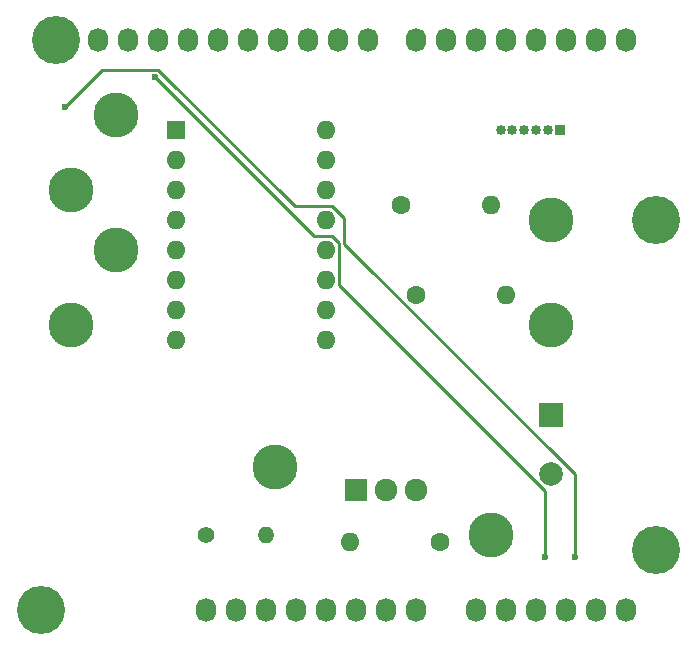
<source format=gbr>
G04 #@! TF.GenerationSoftware,KiCad,Pcbnew,(5.1.4)-1*
G04 #@! TF.CreationDate,2019-10-25T14:46:27-05:00*
G04 #@! TF.ProjectId,Autonomous_PCB,4175746f-6e6f-46d6-9f75-735f5043422e,rev?*
G04 #@! TF.SameCoordinates,Original*
G04 #@! TF.FileFunction,Copper,L2,Bot*
G04 #@! TF.FilePolarity,Positive*
%FSLAX46Y46*%
G04 Gerber Fmt 4.6, Leading zero omitted, Abs format (unit mm)*
G04 Created by KiCad (PCBNEW (5.1.4)-1) date 2019-10-25 14:46:27*
%MOMM*%
%LPD*%
G04 APERTURE LIST*
%ADD10O,0.850000X0.850000*%
%ADD11R,0.850000X0.850000*%
%ADD12C,1.600000*%
%ADD13O,1.600000X1.600000*%
%ADD14O,1.727200X2.032000*%
%ADD15C,4.064000*%
%ADD16R,1.600000X1.600000*%
%ADD17R,2.000000X2.000000*%
%ADD18C,2.000000*%
%ADD19C,3.800000*%
%ADD20R,1.920000X1.920000*%
%ADD21C,1.920000*%
%ADD22C,1.400000*%
%ADD23O,1.400000X1.400000*%
%ADD24C,0.600000*%
%ADD25C,0.250000*%
G04 APERTURE END LIST*
D10*
X163910000Y-83185000D03*
X164910000Y-83185000D03*
X165910000Y-83185000D03*
X166910000Y-83185000D03*
X167910000Y-83185000D03*
D11*
X168910000Y-83185000D03*
D12*
X155448000Y-89535000D03*
D13*
X163068000Y-89535000D03*
D14*
X138938000Y-123825000D03*
X141478000Y-123825000D03*
X144018000Y-123825000D03*
X146558000Y-123825000D03*
X149098000Y-123825000D03*
X151638000Y-123825000D03*
X154178000Y-123825000D03*
X156718000Y-123825000D03*
X161798000Y-123825000D03*
X164338000Y-123825000D03*
X166878000Y-123825000D03*
X169418000Y-123825000D03*
X171958000Y-123825000D03*
X174498000Y-123825000D03*
X129794000Y-75565000D03*
X132334000Y-75565000D03*
X134874000Y-75565000D03*
X137414000Y-75565000D03*
X139954000Y-75565000D03*
X142494000Y-75565000D03*
X145034000Y-75565000D03*
X147574000Y-75565000D03*
X150114000Y-75565000D03*
X152654000Y-75565000D03*
X156718000Y-75565000D03*
X159258000Y-75565000D03*
X161798000Y-75565000D03*
X164338000Y-75565000D03*
X166878000Y-75565000D03*
X169418000Y-75565000D03*
X171958000Y-75565000D03*
X174498000Y-75565000D03*
D15*
X124968000Y-123825000D03*
X177038000Y-118745000D03*
X126238000Y-75565000D03*
X177038000Y-90805000D03*
D16*
X136398000Y-83185000D03*
D13*
X149098000Y-100965000D03*
X136398000Y-85725000D03*
X149098000Y-98425000D03*
X136398000Y-88265000D03*
X149098000Y-95885000D03*
X136398000Y-90805000D03*
X149098000Y-93345000D03*
X136398000Y-93345000D03*
X149098000Y-90805000D03*
X136398000Y-95885000D03*
X149098000Y-88265000D03*
X136398000Y-98425000D03*
X149098000Y-85725000D03*
X136398000Y-100965000D03*
X149098000Y-83185000D03*
D17*
X168148000Y-107315000D03*
D18*
X168148000Y-112315000D03*
D19*
X144780000Y-111760000D03*
X168148000Y-90805000D03*
X131318000Y-81915000D03*
X127508000Y-88265000D03*
X131318000Y-93345000D03*
X127508000Y-99695000D03*
X168148000Y-99695000D03*
X163068000Y-117475000D03*
D20*
X151638000Y-113665000D03*
D21*
X154178000Y-113665000D03*
X156718000Y-113665000D03*
D12*
X156718000Y-97155000D03*
D13*
X164338000Y-97155000D03*
X151130000Y-118110000D03*
D12*
X158750000Y-118110000D03*
D22*
X138938000Y-117475000D03*
D23*
X144018000Y-117475000D03*
D24*
X167640000Y-119380000D03*
X134620000Y-78740000D03*
X170180000Y-119380000D03*
X127000000Y-81280000D03*
D25*
X167640000Y-113768002D02*
X150223001Y-96351003D01*
X167640000Y-119380000D02*
X167640000Y-113768002D01*
X150223001Y-96351003D02*
X150223001Y-92804999D01*
X150223001Y-92804999D02*
X149638001Y-92219999D01*
X149638001Y-92219999D02*
X148099999Y-92219999D01*
X148099999Y-92219999D02*
X134620000Y-78740000D01*
X134920001Y-78114999D02*
X130165001Y-78114999D01*
X170180000Y-112385998D02*
X150673011Y-92879009D01*
X170180000Y-119380000D02*
X170180000Y-112385998D01*
X150673011Y-92879009D02*
X150673011Y-90715009D01*
X150673011Y-90715009D02*
X149638001Y-89679999D01*
X149638001Y-89679999D02*
X146485001Y-89679999D01*
X146485001Y-89679999D02*
X134920001Y-78114999D01*
X130165001Y-78114999D02*
X127000000Y-81280000D01*
M02*

</source>
